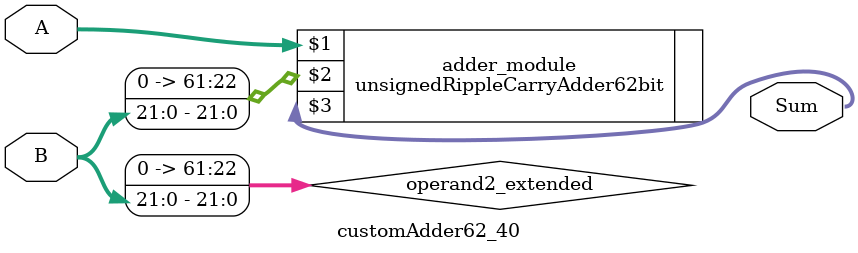
<source format=v>
module customAdder62_40(
                        input [61 : 0] A,
                        input [21 : 0] B,
                        
                        output [62 : 0] Sum
                );

        wire [61 : 0] operand2_extended;
        
        assign operand2_extended =  {40'b0, B};
        
        unsignedRippleCarryAdder62bit adder_module(
            A,
            operand2_extended,
            Sum
        );
        
        endmodule
        
</source>
